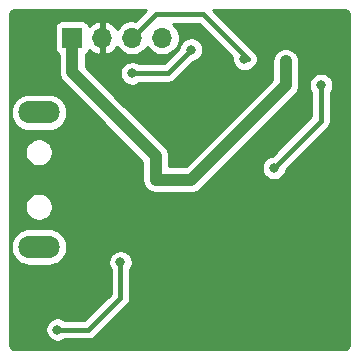
<source format=gbl>
G04 #@! TF.GenerationSoftware,KiCad,Pcbnew,5.1.10*
G04 #@! TF.CreationDate,2021-09-07T22:45:51+08:00*
G04 #@! TF.ProjectId,nypx06,6e797078-3036-42e6-9b69-6361645f7063,rev?*
G04 #@! TF.SameCoordinates,Original*
G04 #@! TF.FileFunction,Copper,L2,Bot*
G04 #@! TF.FilePolarity,Positive*
%FSLAX46Y46*%
G04 Gerber Fmt 4.6, Leading zero omitted, Abs format (unit mm)*
G04 Created by KiCad (PCBNEW 5.1.10) date 2021-09-07 22:45:51*
%MOMM*%
%LPD*%
G01*
G04 APERTURE LIST*
G04 #@! TA.AperFunction,ComponentPad*
%ADD10O,3.500000X1.900000*%
G04 #@! TD*
G04 #@! TA.AperFunction,ComponentPad*
%ADD11O,1.700000X1.700000*%
G04 #@! TD*
G04 #@! TA.AperFunction,ComponentPad*
%ADD12R,1.700000X1.700000*%
G04 #@! TD*
G04 #@! TA.AperFunction,ViaPad*
%ADD13C,0.800000*%
G04 #@! TD*
G04 #@! TA.AperFunction,ViaPad*
%ADD14C,1.000000*%
G04 #@! TD*
G04 #@! TA.AperFunction,Conductor*
%ADD15C,1.000000*%
G04 #@! TD*
G04 #@! TA.AperFunction,Conductor*
%ADD16C,0.400000*%
G04 #@! TD*
G04 #@! TA.AperFunction,Conductor*
%ADD17C,0.254000*%
G04 #@! TD*
G04 #@! TA.AperFunction,Conductor*
%ADD18C,0.100000*%
G04 #@! TD*
G04 APERTURE END LIST*
D10*
X102900000Y-129300000D03*
X102900000Y-140700000D03*
D11*
X113340000Y-123000000D03*
X110800000Y-123000000D03*
X108260000Y-123000000D03*
D12*
X105720000Y-123000000D03*
D13*
X128800000Y-125000000D03*
X127800000Y-123000000D03*
X125800000Y-122000000D03*
X115800000Y-141000000D03*
X113800000Y-141000000D03*
X109800000Y-134000000D03*
X109800000Y-136000000D03*
X109800000Y-138000000D03*
X119800000Y-135000000D03*
X120800000Y-133000000D03*
X107800000Y-126000000D03*
X108800000Y-126000000D03*
X101800000Y-122000000D03*
X115800000Y-147000000D03*
X115800000Y-145000000D03*
X105800000Y-144000000D03*
X128800000Y-140000000D03*
X128800000Y-142000000D03*
X128800000Y-144000000D03*
X128800000Y-147000000D03*
X128800000Y-149000000D03*
X128800000Y-127000000D03*
X128800000Y-129000000D03*
X123400000Y-123400000D03*
D14*
X112800000Y-135000000D03*
X123800000Y-125000000D03*
D13*
X104474990Y-147700000D03*
X110800000Y-126000000D03*
X115800000Y-124000000D03*
X109800000Y-142000000D03*
X126800000Y-127000000D03*
X122800000Y-134000000D03*
X120300000Y-124792893D03*
D15*
X105720000Y-123000000D02*
X105720000Y-125920000D01*
X105720000Y-125920000D02*
X108800000Y-129000000D01*
X108800000Y-129000000D02*
X112800000Y-133000000D01*
X112800000Y-133000000D02*
X112800000Y-135000000D01*
X112800000Y-135000000D02*
X115800000Y-135000000D01*
X115800000Y-135000000D02*
X123800000Y-127000000D01*
X123800000Y-127000000D02*
X123800000Y-125000000D01*
D16*
X113800000Y-126000000D02*
X115800000Y-124000000D01*
X110800000Y-126000000D02*
X113800000Y-126000000D01*
X109800000Y-142000000D02*
X109800000Y-145000000D01*
X107100000Y-147700000D02*
X104474990Y-147700000D01*
X109800000Y-145000000D02*
X107100000Y-147700000D01*
X126800000Y-127000000D02*
X126800000Y-130000000D01*
X126800000Y-130000000D02*
X122800000Y-134000000D01*
X120592893Y-124792893D02*
X116800000Y-121000000D01*
X112800000Y-121000000D02*
X110800000Y-123000000D01*
X116800000Y-121000000D02*
X112800000Y-121000000D01*
D17*
X111077940Y-121541193D02*
X110946260Y-121515000D01*
X110653740Y-121515000D01*
X110366842Y-121572068D01*
X110096589Y-121684010D01*
X109853368Y-121846525D01*
X109646525Y-122053368D01*
X109524805Y-122235534D01*
X109455178Y-122118645D01*
X109260269Y-121902412D01*
X109026920Y-121728359D01*
X108764099Y-121603175D01*
X108616890Y-121558524D01*
X108387000Y-121679845D01*
X108387000Y-122873000D01*
X108407000Y-122873000D01*
X108407000Y-123127000D01*
X108387000Y-123127000D01*
X108387000Y-124320155D01*
X108616890Y-124441476D01*
X108764099Y-124396825D01*
X109026920Y-124271641D01*
X109260269Y-124097588D01*
X109455178Y-123881355D01*
X109524805Y-123764466D01*
X109646525Y-123946632D01*
X109853368Y-124153475D01*
X110096589Y-124315990D01*
X110366842Y-124427932D01*
X110653740Y-124485000D01*
X110946260Y-124485000D01*
X111233158Y-124427932D01*
X111503411Y-124315990D01*
X111746632Y-124153475D01*
X111953475Y-123946632D01*
X112070000Y-123772240D01*
X112186525Y-123946632D01*
X112393368Y-124153475D01*
X112636589Y-124315990D01*
X112906842Y-124427932D01*
X113193740Y-124485000D01*
X113486260Y-124485000D01*
X113773158Y-124427932D01*
X114043411Y-124315990D01*
X114286632Y-124153475D01*
X114493475Y-123946632D01*
X114655990Y-123703411D01*
X114767932Y-123433158D01*
X114825000Y-123146260D01*
X114825000Y-122853740D01*
X114767932Y-122566842D01*
X114655990Y-122296589D01*
X114493475Y-122053368D01*
X114286632Y-121846525D01*
X114269384Y-121835000D01*
X116454133Y-121835000D01*
X119272480Y-124653349D01*
X119265000Y-124690954D01*
X119265000Y-124894832D01*
X119304774Y-125094791D01*
X119382795Y-125283149D01*
X119496063Y-125452667D01*
X119640226Y-125596830D01*
X119809744Y-125710098D01*
X119998102Y-125788119D01*
X120198061Y-125827893D01*
X120401939Y-125827893D01*
X120601898Y-125788119D01*
X120790256Y-125710098D01*
X120959774Y-125596830D01*
X121098279Y-125458325D01*
X121186184Y-125386184D01*
X121290529Y-125259038D01*
X121368065Y-125113979D01*
X121415811Y-124956581D01*
X121431933Y-124792893D01*
X121415811Y-124629205D01*
X121368065Y-124471806D01*
X121290529Y-124326747D01*
X121212332Y-124231463D01*
X117640867Y-120660000D01*
X128767721Y-120660000D01*
X128865424Y-120669580D01*
X128928356Y-120688580D01*
X128986405Y-120719445D01*
X129037343Y-120760989D01*
X129079248Y-120811644D01*
X129110515Y-120869471D01*
X129129956Y-120932272D01*
X129140000Y-121027835D01*
X129140001Y-148967711D01*
X129130420Y-149065424D01*
X129111420Y-149128357D01*
X129080554Y-149186406D01*
X129039011Y-149237343D01*
X128988356Y-149279248D01*
X128930529Y-149310515D01*
X128867728Y-149329956D01*
X128772165Y-149340000D01*
X100832279Y-149340000D01*
X100734576Y-149330420D01*
X100671643Y-149311420D01*
X100613594Y-149280554D01*
X100562657Y-149239011D01*
X100520752Y-149188356D01*
X100489485Y-149130529D01*
X100470044Y-149067728D01*
X100460000Y-148972165D01*
X100460000Y-147598061D01*
X103439990Y-147598061D01*
X103439990Y-147801939D01*
X103479764Y-148001898D01*
X103557785Y-148190256D01*
X103671053Y-148359774D01*
X103815216Y-148503937D01*
X103984734Y-148617205D01*
X104173092Y-148695226D01*
X104373051Y-148735000D01*
X104576929Y-148735000D01*
X104776888Y-148695226D01*
X104965246Y-148617205D01*
X105088275Y-148535000D01*
X107058982Y-148535000D01*
X107100000Y-148539040D01*
X107141018Y-148535000D01*
X107141019Y-148535000D01*
X107263689Y-148522918D01*
X107421087Y-148475172D01*
X107566146Y-148397636D01*
X107693291Y-148293291D01*
X107719446Y-148261421D01*
X110361432Y-145619437D01*
X110393291Y-145593291D01*
X110497636Y-145466146D01*
X110575172Y-145321087D01*
X110622918Y-145163689D01*
X110635000Y-145041019D01*
X110635000Y-145041018D01*
X110639040Y-145000000D01*
X110635000Y-144958982D01*
X110635000Y-142613285D01*
X110717205Y-142490256D01*
X110795226Y-142301898D01*
X110835000Y-142101939D01*
X110835000Y-141898061D01*
X110795226Y-141698102D01*
X110717205Y-141509744D01*
X110603937Y-141340226D01*
X110459774Y-141196063D01*
X110290256Y-141082795D01*
X110101898Y-141004774D01*
X109901939Y-140965000D01*
X109698061Y-140965000D01*
X109498102Y-141004774D01*
X109309744Y-141082795D01*
X109140226Y-141196063D01*
X108996063Y-141340226D01*
X108882795Y-141509744D01*
X108804774Y-141698102D01*
X108765000Y-141898061D01*
X108765000Y-142101939D01*
X108804774Y-142301898D01*
X108882795Y-142490256D01*
X108965000Y-142613285D01*
X108965001Y-144654130D01*
X106754133Y-146865000D01*
X105088275Y-146865000D01*
X104965246Y-146782795D01*
X104776888Y-146704774D01*
X104576929Y-146665000D01*
X104373051Y-146665000D01*
X104173092Y-146704774D01*
X103984734Y-146782795D01*
X103815216Y-146896063D01*
X103671053Y-147040226D01*
X103557785Y-147209744D01*
X103479764Y-147398102D01*
X103439990Y-147598061D01*
X100460000Y-147598061D01*
X100460000Y-140700000D01*
X100507331Y-140700000D01*
X100537934Y-141010714D01*
X100628566Y-141309488D01*
X100775744Y-141584839D01*
X100973813Y-141826187D01*
X101215161Y-142024256D01*
X101490512Y-142171434D01*
X101789286Y-142262066D01*
X102022136Y-142285000D01*
X103777864Y-142285000D01*
X104010714Y-142262066D01*
X104309488Y-142171434D01*
X104584839Y-142024256D01*
X104826187Y-141826187D01*
X105024256Y-141584839D01*
X105171434Y-141309488D01*
X105262066Y-141010714D01*
X105292669Y-140700000D01*
X105262066Y-140389286D01*
X105171434Y-140090512D01*
X105024256Y-139815161D01*
X104826187Y-139573813D01*
X104584839Y-139375744D01*
X104309488Y-139228566D01*
X104010714Y-139137934D01*
X103777864Y-139115000D01*
X102022136Y-139115000D01*
X101789286Y-139137934D01*
X101490512Y-139228566D01*
X101215161Y-139375744D01*
X100973813Y-139573813D01*
X100775744Y-139815161D01*
X100628566Y-140090512D01*
X100537934Y-140389286D01*
X100507331Y-140700000D01*
X100460000Y-140700000D01*
X100460000Y-137183288D01*
X101715000Y-137183288D01*
X101715000Y-137416712D01*
X101760539Y-137645652D01*
X101849866Y-137861308D01*
X101979550Y-138055394D01*
X102144606Y-138220450D01*
X102338692Y-138350134D01*
X102554348Y-138439461D01*
X102783288Y-138485000D01*
X103016712Y-138485000D01*
X103245652Y-138439461D01*
X103461308Y-138350134D01*
X103655394Y-138220450D01*
X103820450Y-138055394D01*
X103950134Y-137861308D01*
X104039461Y-137645652D01*
X104085000Y-137416712D01*
X104085000Y-137183288D01*
X104039461Y-136954348D01*
X103950134Y-136738692D01*
X103820450Y-136544606D01*
X103655394Y-136379550D01*
X103461308Y-136249866D01*
X103245652Y-136160539D01*
X103016712Y-136115000D01*
X102783288Y-136115000D01*
X102554348Y-136160539D01*
X102338692Y-136249866D01*
X102144606Y-136379550D01*
X101979550Y-136544606D01*
X101849866Y-136738692D01*
X101760539Y-136954348D01*
X101715000Y-137183288D01*
X100460000Y-137183288D01*
X100460000Y-132583288D01*
X101715000Y-132583288D01*
X101715000Y-132816712D01*
X101760539Y-133045652D01*
X101849866Y-133261308D01*
X101979550Y-133455394D01*
X102144606Y-133620450D01*
X102338692Y-133750134D01*
X102554348Y-133839461D01*
X102783288Y-133885000D01*
X103016712Y-133885000D01*
X103245652Y-133839461D01*
X103461308Y-133750134D01*
X103655394Y-133620450D01*
X103820450Y-133455394D01*
X103950134Y-133261308D01*
X104039461Y-133045652D01*
X104085000Y-132816712D01*
X104085000Y-132583288D01*
X104039461Y-132354348D01*
X103950134Y-132138692D01*
X103820450Y-131944606D01*
X103655394Y-131779550D01*
X103461308Y-131649866D01*
X103245652Y-131560539D01*
X103016712Y-131515000D01*
X102783288Y-131515000D01*
X102554348Y-131560539D01*
X102338692Y-131649866D01*
X102144606Y-131779550D01*
X101979550Y-131944606D01*
X101849866Y-132138692D01*
X101760539Y-132354348D01*
X101715000Y-132583288D01*
X100460000Y-132583288D01*
X100460000Y-129300000D01*
X100507331Y-129300000D01*
X100537934Y-129610714D01*
X100628566Y-129909488D01*
X100775744Y-130184839D01*
X100973813Y-130426187D01*
X101215161Y-130624256D01*
X101490512Y-130771434D01*
X101789286Y-130862066D01*
X102022136Y-130885000D01*
X103777864Y-130885000D01*
X104010714Y-130862066D01*
X104309488Y-130771434D01*
X104584839Y-130624256D01*
X104826187Y-130426187D01*
X105024256Y-130184839D01*
X105171434Y-129909488D01*
X105262066Y-129610714D01*
X105292669Y-129300000D01*
X105262066Y-128989286D01*
X105171434Y-128690512D01*
X105024256Y-128415161D01*
X104826187Y-128173813D01*
X104584839Y-127975744D01*
X104309488Y-127828566D01*
X104010714Y-127737934D01*
X103777864Y-127715000D01*
X102022136Y-127715000D01*
X101789286Y-127737934D01*
X101490512Y-127828566D01*
X101215161Y-127975744D01*
X100973813Y-128173813D01*
X100775744Y-128415161D01*
X100628566Y-128690512D01*
X100537934Y-128989286D01*
X100507331Y-129300000D01*
X100460000Y-129300000D01*
X100460000Y-122150000D01*
X104231928Y-122150000D01*
X104231928Y-123850000D01*
X104244188Y-123974482D01*
X104280498Y-124094180D01*
X104339463Y-124204494D01*
X104418815Y-124301185D01*
X104515506Y-124380537D01*
X104585000Y-124417683D01*
X104585001Y-125864239D01*
X104579509Y-125920000D01*
X104601423Y-126142498D01*
X104666324Y-126356446D01*
X104666325Y-126356447D01*
X104771717Y-126553623D01*
X104913552Y-126726449D01*
X104956860Y-126761991D01*
X108036856Y-129841988D01*
X108036861Y-129841992D01*
X111665000Y-133470132D01*
X111665001Y-134888207D01*
X111665000Y-134888212D01*
X111665000Y-134944248D01*
X111659509Y-135000000D01*
X111665000Y-135055752D01*
X111665000Y-135111788D01*
X111675932Y-135166747D01*
X111681423Y-135222499D01*
X111697685Y-135276106D01*
X111708617Y-135331067D01*
X111730063Y-135382842D01*
X111746324Y-135436447D01*
X111772731Y-135485851D01*
X111794176Y-135537624D01*
X111825307Y-135584214D01*
X111851716Y-135633623D01*
X111887259Y-135676932D01*
X111918388Y-135723520D01*
X111958009Y-135763141D01*
X111993551Y-135806449D01*
X112036859Y-135841991D01*
X112076480Y-135881612D01*
X112123068Y-135912741D01*
X112166377Y-135948284D01*
X112215786Y-135974693D01*
X112262376Y-136005824D01*
X112314149Y-136027269D01*
X112363553Y-136053676D01*
X112417158Y-136069937D01*
X112468933Y-136091383D01*
X112523894Y-136102315D01*
X112577501Y-136118577D01*
X112633253Y-136124068D01*
X112688212Y-136135000D01*
X112744249Y-136135000D01*
X112800000Y-136140491D01*
X112855752Y-136135000D01*
X115744249Y-136135000D01*
X115800000Y-136140491D01*
X115855751Y-136135000D01*
X115855752Y-136135000D01*
X116022499Y-136118577D01*
X116236447Y-136053676D01*
X116433623Y-135948284D01*
X116606449Y-135806449D01*
X116641996Y-135763135D01*
X118507070Y-133898061D01*
X121765000Y-133898061D01*
X121765000Y-134101939D01*
X121804774Y-134301898D01*
X121882795Y-134490256D01*
X121996063Y-134659774D01*
X122140226Y-134803937D01*
X122309744Y-134917205D01*
X122498102Y-134995226D01*
X122698061Y-135035000D01*
X122901939Y-135035000D01*
X123101898Y-134995226D01*
X123290256Y-134917205D01*
X123459774Y-134803937D01*
X123603937Y-134659774D01*
X123717205Y-134490256D01*
X123795226Y-134301898D01*
X123824093Y-134156774D01*
X127361427Y-130619441D01*
X127393291Y-130593291D01*
X127497636Y-130466146D01*
X127575172Y-130321087D01*
X127622918Y-130163689D01*
X127635000Y-130041019D01*
X127635000Y-130041017D01*
X127639040Y-130000001D01*
X127635000Y-129958985D01*
X127635000Y-127613285D01*
X127717205Y-127490256D01*
X127795226Y-127301898D01*
X127835000Y-127101939D01*
X127835000Y-126898061D01*
X127795226Y-126698102D01*
X127717205Y-126509744D01*
X127603937Y-126340226D01*
X127459774Y-126196063D01*
X127290256Y-126082795D01*
X127101898Y-126004774D01*
X126901939Y-125965000D01*
X126698061Y-125965000D01*
X126498102Y-126004774D01*
X126309744Y-126082795D01*
X126140226Y-126196063D01*
X125996063Y-126340226D01*
X125882795Y-126509744D01*
X125804774Y-126698102D01*
X125765000Y-126898061D01*
X125765000Y-127101939D01*
X125804774Y-127301898D01*
X125882795Y-127490256D01*
X125965000Y-127613285D01*
X125965001Y-129654131D01*
X122643226Y-132975907D01*
X122498102Y-133004774D01*
X122309744Y-133082795D01*
X122140226Y-133196063D01*
X121996063Y-133340226D01*
X121882795Y-133509744D01*
X121804774Y-133698102D01*
X121765000Y-133898061D01*
X118507070Y-133898061D01*
X124563141Y-127841991D01*
X124606449Y-127806449D01*
X124748284Y-127633623D01*
X124853676Y-127436447D01*
X124918577Y-127222499D01*
X124935000Y-127055752D01*
X124935000Y-127055743D01*
X124940490Y-127000001D01*
X124935000Y-126944259D01*
X124935000Y-124888212D01*
X124924068Y-124833253D01*
X124918577Y-124777501D01*
X124902315Y-124723894D01*
X124891383Y-124668933D01*
X124869937Y-124617158D01*
X124853676Y-124563553D01*
X124827269Y-124514149D01*
X124805824Y-124462376D01*
X124774693Y-124415786D01*
X124748284Y-124366377D01*
X124712741Y-124323068D01*
X124681612Y-124276480D01*
X124641991Y-124236859D01*
X124606449Y-124193551D01*
X124563141Y-124158009D01*
X124523520Y-124118388D01*
X124476932Y-124087259D01*
X124433623Y-124051716D01*
X124384214Y-124025307D01*
X124337624Y-123994176D01*
X124285851Y-123972731D01*
X124236447Y-123946324D01*
X124182842Y-123930063D01*
X124131067Y-123908617D01*
X124076106Y-123897685D01*
X124022499Y-123881423D01*
X123966747Y-123875932D01*
X123911788Y-123865000D01*
X123855752Y-123865000D01*
X123800000Y-123859509D01*
X123744249Y-123865000D01*
X123688212Y-123865000D01*
X123633252Y-123875932D01*
X123577502Y-123881423D01*
X123523897Y-123897684D01*
X123468933Y-123908617D01*
X123417155Y-123930064D01*
X123363554Y-123946324D01*
X123314153Y-123972729D01*
X123262376Y-123994176D01*
X123215782Y-124025309D01*
X123166378Y-124051716D01*
X123123074Y-124087255D01*
X123076480Y-124118388D01*
X123036855Y-124158013D01*
X122993552Y-124193551D01*
X122958014Y-124236854D01*
X122918388Y-124276480D01*
X122887254Y-124323075D01*
X122851717Y-124366377D01*
X122825312Y-124415778D01*
X122794176Y-124462376D01*
X122772728Y-124514157D01*
X122746325Y-124563553D01*
X122730067Y-124617149D01*
X122708617Y-124668933D01*
X122697683Y-124723904D01*
X122681424Y-124777501D01*
X122675934Y-124833243D01*
X122665000Y-124888212D01*
X122665000Y-125111788D01*
X122665001Y-125111793D01*
X122665000Y-126529868D01*
X115329869Y-133865000D01*
X113935000Y-133865000D01*
X113935000Y-133055741D01*
X113940490Y-132999999D01*
X113935000Y-132944257D01*
X113935000Y-132944248D01*
X113918577Y-132777501D01*
X113853676Y-132563553D01*
X113748284Y-132366377D01*
X113606449Y-132193551D01*
X113563141Y-132158009D01*
X109641992Y-128236861D01*
X109641988Y-128236856D01*
X107303193Y-125898061D01*
X109765000Y-125898061D01*
X109765000Y-126101939D01*
X109804774Y-126301898D01*
X109882795Y-126490256D01*
X109996063Y-126659774D01*
X110140226Y-126803937D01*
X110309744Y-126917205D01*
X110498102Y-126995226D01*
X110698061Y-127035000D01*
X110901939Y-127035000D01*
X111101898Y-126995226D01*
X111290256Y-126917205D01*
X111413285Y-126835000D01*
X113758982Y-126835000D01*
X113800000Y-126839040D01*
X113841018Y-126835000D01*
X113841019Y-126835000D01*
X113963689Y-126822918D01*
X114121087Y-126775172D01*
X114266146Y-126697636D01*
X114393291Y-126593291D01*
X114419446Y-126561421D01*
X115956775Y-125024092D01*
X116101898Y-124995226D01*
X116290256Y-124917205D01*
X116459774Y-124803937D01*
X116603937Y-124659774D01*
X116717205Y-124490256D01*
X116795226Y-124301898D01*
X116835000Y-124101939D01*
X116835000Y-123898061D01*
X116795226Y-123698102D01*
X116717205Y-123509744D01*
X116603937Y-123340226D01*
X116459774Y-123196063D01*
X116290256Y-123082795D01*
X116101898Y-123004774D01*
X115901939Y-122965000D01*
X115698061Y-122965000D01*
X115498102Y-123004774D01*
X115309744Y-123082795D01*
X115140226Y-123196063D01*
X114996063Y-123340226D01*
X114882795Y-123509744D01*
X114804774Y-123698102D01*
X114775908Y-123843225D01*
X113454133Y-125165000D01*
X111413285Y-125165000D01*
X111290256Y-125082795D01*
X111101898Y-125004774D01*
X110901939Y-124965000D01*
X110698061Y-124965000D01*
X110498102Y-125004774D01*
X110309744Y-125082795D01*
X110140226Y-125196063D01*
X109996063Y-125340226D01*
X109882795Y-125509744D01*
X109804774Y-125698102D01*
X109765000Y-125898061D01*
X107303193Y-125898061D01*
X106855000Y-125449869D01*
X106855000Y-124417683D01*
X106924494Y-124380537D01*
X107021185Y-124301185D01*
X107100537Y-124204494D01*
X107159502Y-124094180D01*
X107183966Y-124013534D01*
X107259731Y-124097588D01*
X107493080Y-124271641D01*
X107755901Y-124396825D01*
X107903110Y-124441476D01*
X108133000Y-124320155D01*
X108133000Y-123127000D01*
X108113000Y-123127000D01*
X108113000Y-122873000D01*
X108133000Y-122873000D01*
X108133000Y-121679845D01*
X107903110Y-121558524D01*
X107755901Y-121603175D01*
X107493080Y-121728359D01*
X107259731Y-121902412D01*
X107183966Y-121986466D01*
X107159502Y-121905820D01*
X107100537Y-121795506D01*
X107021185Y-121698815D01*
X106924494Y-121619463D01*
X106814180Y-121560498D01*
X106694482Y-121524188D01*
X106570000Y-121511928D01*
X104870000Y-121511928D01*
X104745518Y-121524188D01*
X104625820Y-121560498D01*
X104515506Y-121619463D01*
X104418815Y-121698815D01*
X104339463Y-121795506D01*
X104280498Y-121905820D01*
X104244188Y-122025518D01*
X104231928Y-122150000D01*
X100460000Y-122150000D01*
X100460000Y-121032279D01*
X100469580Y-120934576D01*
X100488580Y-120871644D01*
X100519445Y-120813595D01*
X100560989Y-120762657D01*
X100611644Y-120720752D01*
X100669471Y-120689485D01*
X100732272Y-120670044D01*
X100827835Y-120660000D01*
X111959132Y-120660000D01*
X111077940Y-121541193D01*
G04 #@! TA.AperFunction,Conductor*
D18*
G36*
X111077940Y-121541193D02*
G01*
X110946260Y-121515000D01*
X110653740Y-121515000D01*
X110366842Y-121572068D01*
X110096589Y-121684010D01*
X109853368Y-121846525D01*
X109646525Y-122053368D01*
X109524805Y-122235534D01*
X109455178Y-122118645D01*
X109260269Y-121902412D01*
X109026920Y-121728359D01*
X108764099Y-121603175D01*
X108616890Y-121558524D01*
X108387000Y-121679845D01*
X108387000Y-122873000D01*
X108407000Y-122873000D01*
X108407000Y-123127000D01*
X108387000Y-123127000D01*
X108387000Y-124320155D01*
X108616890Y-124441476D01*
X108764099Y-124396825D01*
X109026920Y-124271641D01*
X109260269Y-124097588D01*
X109455178Y-123881355D01*
X109524805Y-123764466D01*
X109646525Y-123946632D01*
X109853368Y-124153475D01*
X110096589Y-124315990D01*
X110366842Y-124427932D01*
X110653740Y-124485000D01*
X110946260Y-124485000D01*
X111233158Y-124427932D01*
X111503411Y-124315990D01*
X111746632Y-124153475D01*
X111953475Y-123946632D01*
X112070000Y-123772240D01*
X112186525Y-123946632D01*
X112393368Y-124153475D01*
X112636589Y-124315990D01*
X112906842Y-124427932D01*
X113193740Y-124485000D01*
X113486260Y-124485000D01*
X113773158Y-124427932D01*
X114043411Y-124315990D01*
X114286632Y-124153475D01*
X114493475Y-123946632D01*
X114655990Y-123703411D01*
X114767932Y-123433158D01*
X114825000Y-123146260D01*
X114825000Y-122853740D01*
X114767932Y-122566842D01*
X114655990Y-122296589D01*
X114493475Y-122053368D01*
X114286632Y-121846525D01*
X114269384Y-121835000D01*
X116454133Y-121835000D01*
X119272480Y-124653349D01*
X119265000Y-124690954D01*
X119265000Y-124894832D01*
X119304774Y-125094791D01*
X119382795Y-125283149D01*
X119496063Y-125452667D01*
X119640226Y-125596830D01*
X119809744Y-125710098D01*
X119998102Y-125788119D01*
X120198061Y-125827893D01*
X120401939Y-125827893D01*
X120601898Y-125788119D01*
X120790256Y-125710098D01*
X120959774Y-125596830D01*
X121098279Y-125458325D01*
X121186184Y-125386184D01*
X121290529Y-125259038D01*
X121368065Y-125113979D01*
X121415811Y-124956581D01*
X121431933Y-124792893D01*
X121415811Y-124629205D01*
X121368065Y-124471806D01*
X121290529Y-124326747D01*
X121212332Y-124231463D01*
X117640867Y-120660000D01*
X128767721Y-120660000D01*
X128865424Y-120669580D01*
X128928356Y-120688580D01*
X128986405Y-120719445D01*
X129037343Y-120760989D01*
X129079248Y-120811644D01*
X129110515Y-120869471D01*
X129129956Y-120932272D01*
X129140000Y-121027835D01*
X129140001Y-148967711D01*
X129130420Y-149065424D01*
X129111420Y-149128357D01*
X129080554Y-149186406D01*
X129039011Y-149237343D01*
X128988356Y-149279248D01*
X128930529Y-149310515D01*
X128867728Y-149329956D01*
X128772165Y-149340000D01*
X100832279Y-149340000D01*
X100734576Y-149330420D01*
X100671643Y-149311420D01*
X100613594Y-149280554D01*
X100562657Y-149239011D01*
X100520752Y-149188356D01*
X100489485Y-149130529D01*
X100470044Y-149067728D01*
X100460000Y-148972165D01*
X100460000Y-147598061D01*
X103439990Y-147598061D01*
X103439990Y-147801939D01*
X103479764Y-148001898D01*
X103557785Y-148190256D01*
X103671053Y-148359774D01*
X103815216Y-148503937D01*
X103984734Y-148617205D01*
X104173092Y-148695226D01*
X104373051Y-148735000D01*
X104576929Y-148735000D01*
X104776888Y-148695226D01*
X104965246Y-148617205D01*
X105088275Y-148535000D01*
X107058982Y-148535000D01*
X107100000Y-148539040D01*
X107141018Y-148535000D01*
X107141019Y-148535000D01*
X107263689Y-148522918D01*
X107421087Y-148475172D01*
X107566146Y-148397636D01*
X107693291Y-148293291D01*
X107719446Y-148261421D01*
X110361432Y-145619437D01*
X110393291Y-145593291D01*
X110497636Y-145466146D01*
X110575172Y-145321087D01*
X110622918Y-145163689D01*
X110635000Y-145041019D01*
X110635000Y-145041018D01*
X110639040Y-145000000D01*
X110635000Y-144958982D01*
X110635000Y-142613285D01*
X110717205Y-142490256D01*
X110795226Y-142301898D01*
X110835000Y-142101939D01*
X110835000Y-141898061D01*
X110795226Y-141698102D01*
X110717205Y-141509744D01*
X110603937Y-141340226D01*
X110459774Y-141196063D01*
X110290256Y-141082795D01*
X110101898Y-141004774D01*
X109901939Y-140965000D01*
X109698061Y-140965000D01*
X109498102Y-141004774D01*
X109309744Y-141082795D01*
X109140226Y-141196063D01*
X108996063Y-141340226D01*
X108882795Y-141509744D01*
X108804774Y-141698102D01*
X108765000Y-141898061D01*
X108765000Y-142101939D01*
X108804774Y-142301898D01*
X108882795Y-142490256D01*
X108965000Y-142613285D01*
X108965001Y-144654130D01*
X106754133Y-146865000D01*
X105088275Y-146865000D01*
X104965246Y-146782795D01*
X104776888Y-146704774D01*
X104576929Y-146665000D01*
X104373051Y-146665000D01*
X104173092Y-146704774D01*
X103984734Y-146782795D01*
X103815216Y-146896063D01*
X103671053Y-147040226D01*
X103557785Y-147209744D01*
X103479764Y-147398102D01*
X103439990Y-147598061D01*
X100460000Y-147598061D01*
X100460000Y-140700000D01*
X100507331Y-140700000D01*
X100537934Y-141010714D01*
X100628566Y-141309488D01*
X100775744Y-141584839D01*
X100973813Y-141826187D01*
X101215161Y-142024256D01*
X101490512Y-142171434D01*
X101789286Y-142262066D01*
X102022136Y-142285000D01*
X103777864Y-142285000D01*
X104010714Y-142262066D01*
X104309488Y-142171434D01*
X104584839Y-142024256D01*
X104826187Y-141826187D01*
X105024256Y-141584839D01*
X105171434Y-141309488D01*
X105262066Y-141010714D01*
X105292669Y-140700000D01*
X105262066Y-140389286D01*
X105171434Y-140090512D01*
X105024256Y-139815161D01*
X104826187Y-139573813D01*
X104584839Y-139375744D01*
X104309488Y-139228566D01*
X104010714Y-139137934D01*
X103777864Y-139115000D01*
X102022136Y-139115000D01*
X101789286Y-139137934D01*
X101490512Y-139228566D01*
X101215161Y-139375744D01*
X100973813Y-139573813D01*
X100775744Y-139815161D01*
X100628566Y-140090512D01*
X100537934Y-140389286D01*
X100507331Y-140700000D01*
X100460000Y-140700000D01*
X100460000Y-137183288D01*
X101715000Y-137183288D01*
X101715000Y-137416712D01*
X101760539Y-137645652D01*
X101849866Y-137861308D01*
X101979550Y-138055394D01*
X102144606Y-138220450D01*
X102338692Y-138350134D01*
X102554348Y-138439461D01*
X102783288Y-138485000D01*
X103016712Y-138485000D01*
X103245652Y-138439461D01*
X103461308Y-138350134D01*
X103655394Y-138220450D01*
X103820450Y-138055394D01*
X103950134Y-137861308D01*
X104039461Y-137645652D01*
X104085000Y-137416712D01*
X104085000Y-137183288D01*
X104039461Y-136954348D01*
X103950134Y-136738692D01*
X103820450Y-136544606D01*
X103655394Y-136379550D01*
X103461308Y-136249866D01*
X103245652Y-136160539D01*
X103016712Y-136115000D01*
X102783288Y-136115000D01*
X102554348Y-136160539D01*
X102338692Y-136249866D01*
X102144606Y-136379550D01*
X101979550Y-136544606D01*
X101849866Y-136738692D01*
X101760539Y-136954348D01*
X101715000Y-137183288D01*
X100460000Y-137183288D01*
X100460000Y-132583288D01*
X101715000Y-132583288D01*
X101715000Y-132816712D01*
X101760539Y-133045652D01*
X101849866Y-133261308D01*
X101979550Y-133455394D01*
X102144606Y-133620450D01*
X102338692Y-133750134D01*
X102554348Y-133839461D01*
X102783288Y-133885000D01*
X103016712Y-133885000D01*
X103245652Y-133839461D01*
X103461308Y-133750134D01*
X103655394Y-133620450D01*
X103820450Y-133455394D01*
X103950134Y-133261308D01*
X104039461Y-133045652D01*
X104085000Y-132816712D01*
X104085000Y-132583288D01*
X104039461Y-132354348D01*
X103950134Y-132138692D01*
X103820450Y-131944606D01*
X103655394Y-131779550D01*
X103461308Y-131649866D01*
X103245652Y-131560539D01*
X103016712Y-131515000D01*
X102783288Y-131515000D01*
X102554348Y-131560539D01*
X102338692Y-131649866D01*
X102144606Y-131779550D01*
X101979550Y-131944606D01*
X101849866Y-132138692D01*
X101760539Y-132354348D01*
X101715000Y-132583288D01*
X100460000Y-132583288D01*
X100460000Y-129300000D01*
X100507331Y-129300000D01*
X100537934Y-129610714D01*
X100628566Y-129909488D01*
X100775744Y-130184839D01*
X100973813Y-130426187D01*
X101215161Y-130624256D01*
X101490512Y-130771434D01*
X101789286Y-130862066D01*
X102022136Y-130885000D01*
X103777864Y-130885000D01*
X104010714Y-130862066D01*
X104309488Y-130771434D01*
X104584839Y-130624256D01*
X104826187Y-130426187D01*
X105024256Y-130184839D01*
X105171434Y-129909488D01*
X105262066Y-129610714D01*
X105292669Y-129300000D01*
X105262066Y-128989286D01*
X105171434Y-128690512D01*
X105024256Y-128415161D01*
X104826187Y-128173813D01*
X104584839Y-127975744D01*
X104309488Y-127828566D01*
X104010714Y-127737934D01*
X103777864Y-127715000D01*
X102022136Y-127715000D01*
X101789286Y-127737934D01*
X101490512Y-127828566D01*
X101215161Y-127975744D01*
X100973813Y-128173813D01*
X100775744Y-128415161D01*
X100628566Y-128690512D01*
X100537934Y-128989286D01*
X100507331Y-129300000D01*
X100460000Y-129300000D01*
X100460000Y-122150000D01*
X104231928Y-122150000D01*
X104231928Y-123850000D01*
X104244188Y-123974482D01*
X104280498Y-124094180D01*
X104339463Y-124204494D01*
X104418815Y-124301185D01*
X104515506Y-124380537D01*
X104585000Y-124417683D01*
X104585001Y-125864239D01*
X104579509Y-125920000D01*
X104601423Y-126142498D01*
X104666324Y-126356446D01*
X104666325Y-126356447D01*
X104771717Y-126553623D01*
X104913552Y-126726449D01*
X104956860Y-126761991D01*
X108036856Y-129841988D01*
X108036861Y-129841992D01*
X111665000Y-133470132D01*
X111665001Y-134888207D01*
X111665000Y-134888212D01*
X111665000Y-134944248D01*
X111659509Y-135000000D01*
X111665000Y-135055752D01*
X111665000Y-135111788D01*
X111675932Y-135166747D01*
X111681423Y-135222499D01*
X111697685Y-135276106D01*
X111708617Y-135331067D01*
X111730063Y-135382842D01*
X111746324Y-135436447D01*
X111772731Y-135485851D01*
X111794176Y-135537624D01*
X111825307Y-135584214D01*
X111851716Y-135633623D01*
X111887259Y-135676932D01*
X111918388Y-135723520D01*
X111958009Y-135763141D01*
X111993551Y-135806449D01*
X112036859Y-135841991D01*
X112076480Y-135881612D01*
X112123068Y-135912741D01*
X112166377Y-135948284D01*
X112215786Y-135974693D01*
X112262376Y-136005824D01*
X112314149Y-136027269D01*
X112363553Y-136053676D01*
X112417158Y-136069937D01*
X112468933Y-136091383D01*
X112523894Y-136102315D01*
X112577501Y-136118577D01*
X112633253Y-136124068D01*
X112688212Y-136135000D01*
X112744249Y-136135000D01*
X112800000Y-136140491D01*
X112855752Y-136135000D01*
X115744249Y-136135000D01*
X115800000Y-136140491D01*
X115855751Y-136135000D01*
X115855752Y-136135000D01*
X116022499Y-136118577D01*
X116236447Y-136053676D01*
X116433623Y-135948284D01*
X116606449Y-135806449D01*
X116641996Y-135763135D01*
X118507070Y-133898061D01*
X121765000Y-133898061D01*
X121765000Y-134101939D01*
X121804774Y-134301898D01*
X121882795Y-134490256D01*
X121996063Y-134659774D01*
X122140226Y-134803937D01*
X122309744Y-134917205D01*
X122498102Y-134995226D01*
X122698061Y-135035000D01*
X122901939Y-135035000D01*
X123101898Y-134995226D01*
X123290256Y-134917205D01*
X123459774Y-134803937D01*
X123603937Y-134659774D01*
X123717205Y-134490256D01*
X123795226Y-134301898D01*
X123824093Y-134156774D01*
X127361427Y-130619441D01*
X127393291Y-130593291D01*
X127497636Y-130466146D01*
X127575172Y-130321087D01*
X127622918Y-130163689D01*
X127635000Y-130041019D01*
X127635000Y-130041017D01*
X127639040Y-130000001D01*
X127635000Y-129958985D01*
X127635000Y-127613285D01*
X127717205Y-127490256D01*
X127795226Y-127301898D01*
X127835000Y-127101939D01*
X127835000Y-126898061D01*
X127795226Y-126698102D01*
X127717205Y-126509744D01*
X127603937Y-126340226D01*
X127459774Y-126196063D01*
X127290256Y-126082795D01*
X127101898Y-126004774D01*
X126901939Y-125965000D01*
X126698061Y-125965000D01*
X126498102Y-126004774D01*
X126309744Y-126082795D01*
X126140226Y-126196063D01*
X125996063Y-126340226D01*
X125882795Y-126509744D01*
X125804774Y-126698102D01*
X125765000Y-126898061D01*
X125765000Y-127101939D01*
X125804774Y-127301898D01*
X125882795Y-127490256D01*
X125965000Y-127613285D01*
X125965001Y-129654131D01*
X122643226Y-132975907D01*
X122498102Y-133004774D01*
X122309744Y-133082795D01*
X122140226Y-133196063D01*
X121996063Y-133340226D01*
X121882795Y-133509744D01*
X121804774Y-133698102D01*
X121765000Y-133898061D01*
X118507070Y-133898061D01*
X124563141Y-127841991D01*
X124606449Y-127806449D01*
X124748284Y-127633623D01*
X124853676Y-127436447D01*
X124918577Y-127222499D01*
X124935000Y-127055752D01*
X124935000Y-127055743D01*
X124940490Y-127000001D01*
X124935000Y-126944259D01*
X124935000Y-124888212D01*
X124924068Y-124833253D01*
X124918577Y-124777501D01*
X124902315Y-124723894D01*
X124891383Y-124668933D01*
X124869937Y-124617158D01*
X124853676Y-124563553D01*
X124827269Y-124514149D01*
X124805824Y-124462376D01*
X124774693Y-124415786D01*
X124748284Y-124366377D01*
X124712741Y-124323068D01*
X124681612Y-124276480D01*
X124641991Y-124236859D01*
X124606449Y-124193551D01*
X124563141Y-124158009D01*
X124523520Y-124118388D01*
X124476932Y-124087259D01*
X124433623Y-124051716D01*
X124384214Y-124025307D01*
X124337624Y-123994176D01*
X124285851Y-123972731D01*
X124236447Y-123946324D01*
X124182842Y-123930063D01*
X124131067Y-123908617D01*
X124076106Y-123897685D01*
X124022499Y-123881423D01*
X123966747Y-123875932D01*
X123911788Y-123865000D01*
X123855752Y-123865000D01*
X123800000Y-123859509D01*
X123744249Y-123865000D01*
X123688212Y-123865000D01*
X123633252Y-123875932D01*
X123577502Y-123881423D01*
X123523897Y-123897684D01*
X123468933Y-123908617D01*
X123417155Y-123930064D01*
X123363554Y-123946324D01*
X123314153Y-123972729D01*
X123262376Y-123994176D01*
X123215782Y-124025309D01*
X123166378Y-124051716D01*
X123123074Y-124087255D01*
X123076480Y-124118388D01*
X123036855Y-124158013D01*
X122993552Y-124193551D01*
X122958014Y-124236854D01*
X122918388Y-124276480D01*
X122887254Y-124323075D01*
X122851717Y-124366377D01*
X122825312Y-124415778D01*
X122794176Y-124462376D01*
X122772728Y-124514157D01*
X122746325Y-124563553D01*
X122730067Y-124617149D01*
X122708617Y-124668933D01*
X122697683Y-124723904D01*
X122681424Y-124777501D01*
X122675934Y-124833243D01*
X122665000Y-124888212D01*
X122665000Y-125111788D01*
X122665001Y-125111793D01*
X122665000Y-126529868D01*
X115329869Y-133865000D01*
X113935000Y-133865000D01*
X113935000Y-133055741D01*
X113940490Y-132999999D01*
X113935000Y-132944257D01*
X113935000Y-132944248D01*
X113918577Y-132777501D01*
X113853676Y-132563553D01*
X113748284Y-132366377D01*
X113606449Y-132193551D01*
X113563141Y-132158009D01*
X109641992Y-128236861D01*
X109641988Y-128236856D01*
X107303193Y-125898061D01*
X109765000Y-125898061D01*
X109765000Y-126101939D01*
X109804774Y-126301898D01*
X109882795Y-126490256D01*
X109996063Y-126659774D01*
X110140226Y-126803937D01*
X110309744Y-126917205D01*
X110498102Y-126995226D01*
X110698061Y-127035000D01*
X110901939Y-127035000D01*
X111101898Y-126995226D01*
X111290256Y-126917205D01*
X111413285Y-126835000D01*
X113758982Y-126835000D01*
X113800000Y-126839040D01*
X113841018Y-126835000D01*
X113841019Y-126835000D01*
X113963689Y-126822918D01*
X114121087Y-126775172D01*
X114266146Y-126697636D01*
X114393291Y-126593291D01*
X114419446Y-126561421D01*
X115956775Y-125024092D01*
X116101898Y-124995226D01*
X116290256Y-124917205D01*
X116459774Y-124803937D01*
X116603937Y-124659774D01*
X116717205Y-124490256D01*
X116795226Y-124301898D01*
X116835000Y-124101939D01*
X116835000Y-123898061D01*
X116795226Y-123698102D01*
X116717205Y-123509744D01*
X116603937Y-123340226D01*
X116459774Y-123196063D01*
X116290256Y-123082795D01*
X116101898Y-123004774D01*
X115901939Y-122965000D01*
X115698061Y-122965000D01*
X115498102Y-123004774D01*
X115309744Y-123082795D01*
X115140226Y-123196063D01*
X114996063Y-123340226D01*
X114882795Y-123509744D01*
X114804774Y-123698102D01*
X114775908Y-123843225D01*
X113454133Y-125165000D01*
X111413285Y-125165000D01*
X111290256Y-125082795D01*
X111101898Y-125004774D01*
X110901939Y-124965000D01*
X110698061Y-124965000D01*
X110498102Y-125004774D01*
X110309744Y-125082795D01*
X110140226Y-125196063D01*
X109996063Y-125340226D01*
X109882795Y-125509744D01*
X109804774Y-125698102D01*
X109765000Y-125898061D01*
X107303193Y-125898061D01*
X106855000Y-125449869D01*
X106855000Y-124417683D01*
X106924494Y-124380537D01*
X107021185Y-124301185D01*
X107100537Y-124204494D01*
X107159502Y-124094180D01*
X107183966Y-124013534D01*
X107259731Y-124097588D01*
X107493080Y-124271641D01*
X107755901Y-124396825D01*
X107903110Y-124441476D01*
X108133000Y-124320155D01*
X108133000Y-123127000D01*
X108113000Y-123127000D01*
X108113000Y-122873000D01*
X108133000Y-122873000D01*
X108133000Y-121679845D01*
X107903110Y-121558524D01*
X107755901Y-121603175D01*
X107493080Y-121728359D01*
X107259731Y-121902412D01*
X107183966Y-121986466D01*
X107159502Y-121905820D01*
X107100537Y-121795506D01*
X107021185Y-121698815D01*
X106924494Y-121619463D01*
X106814180Y-121560498D01*
X106694482Y-121524188D01*
X106570000Y-121511928D01*
X104870000Y-121511928D01*
X104745518Y-121524188D01*
X104625820Y-121560498D01*
X104515506Y-121619463D01*
X104418815Y-121698815D01*
X104339463Y-121795506D01*
X104280498Y-121905820D01*
X104244188Y-122025518D01*
X104231928Y-122150000D01*
X100460000Y-122150000D01*
X100460000Y-121032279D01*
X100469580Y-120934576D01*
X100488580Y-120871644D01*
X100519445Y-120813595D01*
X100560989Y-120762657D01*
X100611644Y-120720752D01*
X100669471Y-120689485D01*
X100732272Y-120670044D01*
X100827835Y-120660000D01*
X111959132Y-120660000D01*
X111077940Y-121541193D01*
G37*
G04 #@! TD.AperFunction*
M02*

</source>
